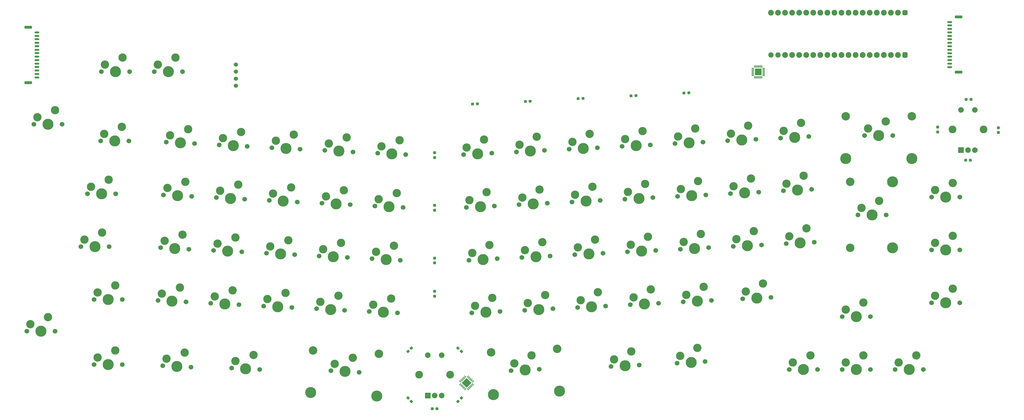
<source format=gbr>
%TF.GenerationSoftware,KiCad,Pcbnew,7.0.7*%
%TF.CreationDate,2023-12-22T23:49:32+01:00*%
%TF.ProjectId,isokey,69736f6b-6579-42e6-9b69-6361645f7063,A*%
%TF.SameCoordinates,Original*%
%TF.FileFunction,Soldermask,Top*%
%TF.FilePolarity,Negative*%
%FSLAX46Y46*%
G04 Gerber Fmt 4.6, Leading zero omitted, Abs format (unit mm)*
G04 Created by KiCad (PCBNEW 7.0.7) date 2023-12-22 23:49:32*
%MOMM*%
%LPD*%
G01*
G04 APERTURE LIST*
G04 Aperture macros list*
%AMRoundRect*
0 Rectangle with rounded corners*
0 $1 Rounding radius*
0 $2 $3 $4 $5 $6 $7 $8 $9 X,Y pos of 4 corners*
0 Add a 4 corners polygon primitive as box body*
4,1,4,$2,$3,$4,$5,$6,$7,$8,$9,$2,$3,0*
0 Add four circle primitives for the rounded corners*
1,1,$1+$1,$2,$3*
1,1,$1+$1,$4,$5*
1,1,$1+$1,$6,$7*
1,1,$1+$1,$8,$9*
0 Add four rect primitives between the rounded corners*
20,1,$1+$1,$2,$3,$4,$5,0*
20,1,$1+$1,$4,$5,$6,$7,0*
20,1,$1+$1,$6,$7,$8,$9,0*
20,1,$1+$1,$8,$9,$2,$3,0*%
%AMRotRect*
0 Rectangle, with rotation*
0 The origin of the aperture is its center*
0 $1 length*
0 $2 width*
0 $3 Rotation angle, in degrees counterclockwise*
0 Add horizontal line*
21,1,$1,$2,0,0,$3*%
G04 Aperture macros list end*
%ADD10C,1.701800*%
%ADD11C,3.000000*%
%ADD12C,3.987800*%
%ADD13RoundRect,0.526600X0.425000X0.425000X-0.425000X0.425000X-0.425000X-0.425000X0.425000X-0.425000X0*%
%ADD14C,2.082800*%
%ADD15C,1.903200*%
%ADD16RoundRect,0.526600X-0.425000X-0.514800X0.425000X-0.514800X0.425000X0.514800X-0.425000X0.514800X0*%
%ADD17C,3.048000*%
%ADD18RoundRect,0.237500X0.371231X-0.035355X-0.035355X0.371231X-0.371231X0.035355X0.035355X-0.371231X0*%
%ADD19RoundRect,0.237500X0.237500X-0.287500X0.237500X0.287500X-0.237500X0.287500X-0.237500X-0.287500X0*%
%ADD20RoundRect,0.075000X0.075000X-0.362500X0.075000X0.362500X-0.075000X0.362500X-0.075000X-0.362500X0*%
%ADD21RoundRect,0.075000X0.362500X-0.075000X0.362500X0.075000X-0.362500X0.075000X-0.362500X-0.075000X0*%
%ADD22R,2.450000X2.450000*%
%ADD23RoundRect,0.237500X0.035355X0.371231X-0.371231X-0.035355X-0.035355X-0.371231X0.371231X0.035355X0*%
%ADD24RoundRect,0.237500X0.274676X0.252221X-0.299536X0.222128X-0.274676X-0.252221X0.299536X-0.222128X0*%
%ADD25RoundRect,0.237500X0.287500X0.237500X-0.287500X0.237500X-0.287500X-0.237500X0.287500X-0.237500X0*%
%ADD26RoundRect,0.150000X-0.700000X0.150000X-0.700000X-0.150000X0.700000X-0.150000X0.700000X0.150000X0*%
%ADD27RoundRect,0.250000X-1.100000X0.250000X-1.100000X-0.250000X1.100000X-0.250000X1.100000X0.250000X0*%
%ADD28R,2.000000X2.000000*%
%ADD29C,2.000000*%
%ADD30C,2.800000*%
%ADD31RoundRect,0.150000X0.700000X-0.150000X0.700000X0.150000X-0.700000X0.150000X-0.700000X-0.150000X0*%
%ADD32RoundRect,0.250000X1.100000X-0.250000X1.100000X0.250000X-1.100000X0.250000X-1.100000X-0.250000X0*%
%ADD33C,1.524000*%
%ADD34RoundRect,0.075000X0.203293X0.309359X-0.309359X-0.203293X-0.203293X-0.309359X0.309359X0.203293X0*%
%ADD35RoundRect,0.075000X-0.203293X0.309359X-0.309359X0.203293X0.203293X-0.309359X0.309359X-0.203293X0*%
%ADD36RotRect,2.450000X2.450000X225.000000*%
%ADD37RoundRect,0.237500X-0.035355X-0.371231X0.371231X0.035355X0.035355X0.371231X-0.371231X-0.035355X0*%
G04 APERTURE END LIST*
D10*
%TO.C,SW2*%
X89048799Y-89562410D03*
D11*
X90318799Y-87022410D03*
D12*
X94128799Y-89562410D03*
D11*
X96668799Y-84482410D03*
D10*
X99208799Y-89562410D03*
%TD*%
D13*
%TO.C,U1*%
X359360000Y-68300000D03*
D14*
X356820000Y-68300000D03*
X354280000Y-68300000D03*
X351740000Y-68300000D03*
X349200000Y-68300000D03*
X346660000Y-68300000D03*
X344120000Y-68300000D03*
X341580000Y-68300000D03*
X339040000Y-68300000D03*
X336500000Y-68300000D03*
X333960000Y-68300000D03*
X331420000Y-68300000D03*
X328880000Y-68300000D03*
X326340000Y-68300000D03*
X323800000Y-68300000D03*
X321260000Y-68300000D03*
X318720000Y-68300000D03*
X316180000Y-68300000D03*
X313640000Y-68300000D03*
X311100000Y-68300000D03*
D15*
X311100000Y-83540000D03*
X313640000Y-83540000D03*
D14*
X316180000Y-83540000D03*
X318720000Y-83540000D03*
X321260000Y-83540000D03*
X323800000Y-83540000D03*
X326340000Y-83540000D03*
X328880000Y-83540000D03*
X331420000Y-83540000D03*
X333960000Y-83540000D03*
X336500000Y-83540000D03*
X339040000Y-83540000D03*
X341580000Y-83540000D03*
X344120000Y-83540000D03*
X346660000Y-83540000D03*
X349200000Y-83540000D03*
X351740000Y-83540000D03*
X354280000Y-83540000D03*
X356820000Y-83540000D03*
D16*
X359360000Y-83540000D03*
%TD*%
D10*
%TO.C,SW30*%
X315525981Y-132480301D03*
D11*
X316661307Y-129877315D03*
D12*
X320599019Y-132214434D03*
D11*
X322869671Y-127008463D03*
D10*
X325672057Y-131948567D03*
%TD*%
%TO.C,SW36*%
X148450406Y-155957459D03*
D11*
X149851599Y-153487407D03*
D12*
X153523444Y-156223326D03*
D11*
X156325830Y-151283221D03*
D10*
X158596482Y-156489193D03*
%TD*%
%TO.C,SW6*%
X112396621Y-115915674D03*
D11*
X113797814Y-113445622D03*
D12*
X117469659Y-116181541D03*
D11*
X120272045Y-111241436D03*
D10*
X122542697Y-116447408D03*
%TD*%
%TO.C,SW43*%
X297499088Y-152501193D03*
D11*
X298634414Y-149898207D03*
D12*
X302572126Y-152235326D03*
D11*
X304842778Y-147029355D03*
D10*
X307645164Y-151969459D03*
%TD*%
%TO.C,SW18*%
X65025566Y-133524764D03*
D11*
X66295566Y-130984764D03*
D12*
X70105566Y-133524764D03*
D11*
X72645566Y-128444764D03*
D10*
X75185566Y-133524764D03*
%TD*%
%TO.C,SW9*%
X169468299Y-118906674D03*
D11*
X170869492Y-116436622D03*
D12*
X174541337Y-119172541D03*
D11*
X177343723Y-114232436D03*
D10*
X179614375Y-119438408D03*
%TD*%
%TO.C,SW55*%
X241423906Y-174516012D03*
D11*
X242559232Y-171913026D03*
D12*
X246496944Y-174250145D03*
D11*
X248767596Y-169044174D03*
D10*
X251569982Y-173984278D03*
%TD*%
%TO.C,SW24*%
X201382126Y-138462327D03*
D11*
X202517452Y-135859341D03*
D12*
X206455164Y-138196460D03*
D11*
X208725816Y-132990489D03*
D10*
X211528202Y-137930593D03*
%TD*%
D17*
%TO.C,H2*%
X339612341Y-153041109D03*
D12*
X354852341Y-153041109D03*
D17*
X339612341Y-129241109D03*
D12*
X354852341Y-129241109D03*
%TD*%
D18*
%TO.C,D160*%
X181618718Y-208368718D03*
X180381282Y-207131282D03*
%TD*%
D10*
%TO.C,SW32*%
X62644266Y-152572614D03*
D11*
X63914266Y-150032614D03*
D12*
X67724266Y-152572614D03*
D11*
X70264266Y-147492614D03*
D10*
X72804266Y-152572614D03*
%TD*%
D19*
%TO.C,D159*%
X190000000Y-120475000D03*
X190000000Y-118725000D03*
%TD*%
D20*
%TO.C,U2*%
X305250000Y-91537500D03*
X305750000Y-91537500D03*
X306250000Y-91537500D03*
X306750000Y-91537500D03*
X307250000Y-91537500D03*
X307750000Y-91537500D03*
D21*
X308437500Y-90850000D03*
X308437500Y-90350000D03*
X308437500Y-89850000D03*
X308437500Y-89350000D03*
X308437500Y-88850000D03*
X308437500Y-88350000D03*
D20*
X307750000Y-87662500D03*
X307250000Y-87662500D03*
X306750000Y-87662500D03*
X306250000Y-87662500D03*
X305750000Y-87662500D03*
X305250000Y-87662500D03*
D21*
X304562500Y-88350000D03*
X304562500Y-88850000D03*
X304562500Y-89350000D03*
X304562500Y-89850000D03*
X304562500Y-90350000D03*
X304562500Y-90850000D03*
D22*
X306500000Y-89600000D03*
%TD*%
D10*
%TO.C,SW16*%
X314528981Y-113456408D03*
D11*
X315664307Y-110853422D03*
D12*
X319602019Y-113190541D03*
D11*
X321872671Y-107984570D03*
D10*
X324675057Y-112924674D03*
%TD*%
%TO.C,SW39*%
X221402020Y-156489272D03*
D11*
X222537346Y-153886286D03*
D12*
X226475058Y-156223405D03*
D11*
X228745710Y-151017434D03*
D10*
X231548096Y-155957538D03*
%TD*%
%TO.C,SW70*%
X317670791Y-196842097D03*
D11*
X318940791Y-194302097D03*
D12*
X322750791Y-196842097D03*
D11*
X325290791Y-191762097D03*
D10*
X327830791Y-196842097D03*
%TD*%
%TO.C,SW41*%
X259451303Y-154495193D03*
D11*
X260586629Y-151892207D03*
D12*
X264524341Y-154229326D03*
D11*
X266794993Y-149023355D03*
D10*
X269597379Y-153963459D03*
%TD*%
D19*
%TO.C,D165*%
X190000000Y-158475000D03*
X190000000Y-156725000D03*
%TD*%
D23*
%TO.C,D162*%
X199618718Y-207131282D03*
X198381282Y-208368718D03*
%TD*%
D24*
%TO.C,D75*%
X281473801Y-97154206D03*
X279726199Y-97245794D03*
%TD*%
D10*
%TO.C,SW42*%
X278475196Y-153498193D03*
D11*
X279610522Y-150895207D03*
D12*
X283548234Y-153232326D03*
D11*
X285818886Y-148026355D03*
D10*
X288621272Y-152966459D03*
%TD*%
D25*
%TO.C,D164*%
X190875000Y-211000000D03*
X189125000Y-211000000D03*
%TD*%
D10*
%TO.C,SW51*%
X147453406Y-174981352D03*
D11*
X148854599Y-172511300D03*
D12*
X152526444Y-175247219D03*
D11*
X155328830Y-170307114D03*
D10*
X157599482Y-175513086D03*
%TD*%
D26*
%TO.C,J1*%
X46850000Y-75366069D03*
X46850000Y-76616069D03*
X46850000Y-77866069D03*
X46850000Y-79116069D03*
X46850000Y-80366069D03*
X46850000Y-81616069D03*
X46850000Y-82866069D03*
X46850000Y-84116069D03*
X46850000Y-85366069D03*
X46850000Y-86616069D03*
X46850000Y-87866069D03*
X46850000Y-89116069D03*
X46850000Y-90366069D03*
X46850000Y-91616069D03*
D27*
X43650000Y-73516069D03*
X43650000Y-93466069D03*
%TD*%
D10*
%TO.C,SW69*%
X277243555Y-194572767D03*
D11*
X278378881Y-191969781D03*
D12*
X282316593Y-194306900D03*
D11*
X284587245Y-189100929D03*
D10*
X287389631Y-194041033D03*
%TD*%
%TO.C,SW53*%
X203376121Y-176510012D03*
D11*
X204511447Y-173907026D03*
D12*
X208449159Y-176244145D03*
D11*
X210719811Y-171038174D03*
D10*
X213522197Y-175978278D03*
%TD*%
%TO.C,SW7*%
X131420513Y-116912674D03*
D11*
X132821706Y-114442622D03*
D12*
X136493551Y-117178541D03*
D11*
X139295937Y-112238436D03*
D10*
X141566589Y-117444408D03*
%TD*%
%TO.C,SW48*%
X90381728Y-171990352D03*
D11*
X91782921Y-169520300D03*
D12*
X95454766Y-172256219D03*
D11*
X98257152Y-167316114D03*
D10*
X100527804Y-172522086D03*
%TD*%
%TO.C,SW62*%
X67406766Y-195069754D03*
D11*
X68676766Y-192529754D03*
D12*
X72486766Y-195069754D03*
D11*
X75026766Y-189989754D03*
D10*
X77566766Y-195069754D03*
%TD*%
D19*
%TO.C,D163*%
X190000000Y-139475000D03*
X190000000Y-137725000D03*
%TD*%
D10*
%TO.C,SW63*%
X92085586Y-195494455D03*
D11*
X93486779Y-193024403D03*
D12*
X97158624Y-195760322D03*
D11*
X99961010Y-190820217D03*
D10*
X102231662Y-196026189D03*
%TD*%
%TO.C,SW29*%
X296502088Y-133477301D03*
D11*
X297637414Y-130874315D03*
D12*
X301575126Y-133211434D03*
D11*
X303845778Y-128005463D03*
D10*
X306648164Y-132945567D03*
%TD*%
%TO.C,SW10*%
X200385126Y-119438434D03*
D11*
X201520452Y-116835448D03*
D12*
X205458164Y-119172567D03*
D11*
X207728816Y-113966596D03*
D10*
X210531202Y-118906700D03*
%TD*%
%TO.C,SW44*%
X316522981Y-151504193D03*
D11*
X317658307Y-148901207D03*
D12*
X321596019Y-151238326D03*
D11*
X323866671Y-146032355D03*
D10*
X326669057Y-150972459D03*
%TD*%
%TO.C,SW8*%
X150444406Y-117909674D03*
D11*
X151845599Y-115439622D03*
D12*
X155517444Y-118175541D03*
D11*
X158319830Y-113235436D03*
D10*
X160590482Y-118441408D03*
%TD*%
%TO.C,SW28*%
X277478195Y-134474301D03*
D11*
X278613521Y-131871315D03*
D12*
X282551233Y-134208434D03*
D11*
X284821885Y-129002463D03*
D10*
X287624271Y-133942567D03*
%TD*%
%TO.C,SW54*%
X222400013Y-175513012D03*
D11*
X223535339Y-172910026D03*
D12*
X227473051Y-175247145D03*
D11*
X229743703Y-170041174D03*
D10*
X232546089Y-174981278D03*
%TD*%
%TO.C,SW50*%
X128429514Y-173984352D03*
D11*
X129830707Y-171514300D03*
D12*
X133502552Y-174250219D03*
D11*
X136304938Y-169310114D03*
D10*
X138575590Y-174516086D03*
%TD*%
%TO.C,SW57*%
X279470693Y-172522065D03*
D11*
X280606019Y-169919079D03*
D12*
X284543731Y-172256198D03*
D11*
X286814383Y-167050227D03*
D10*
X289616769Y-171990331D03*
%TD*%
%TO.C,SW45*%
X342387291Y-141141109D03*
D11*
X343657291Y-138601109D03*
D12*
X347467291Y-141141109D03*
D11*
X350007291Y-136061109D03*
D10*
X352547291Y-141141109D03*
%TD*%
D18*
%TO.C,D167*%
X199618718Y-190368718D03*
X198381282Y-189131282D03*
%TD*%
D10*
%TO.C,SW27*%
X258452805Y-135471379D03*
D11*
X259588131Y-132868393D03*
D12*
X263525843Y-135205512D03*
D11*
X265796495Y-129999541D03*
D10*
X268598881Y-134939645D03*
%TD*%
D17*
%TO.C,H4*%
X146179792Y-189994890D03*
D12*
X145382192Y-205214004D03*
D17*
X169947175Y-191240486D03*
D12*
X169149575Y-206459600D03*
%TD*%
D10*
%TO.C,SW25*%
X220406018Y-137465327D03*
D11*
X221541344Y-134862341D03*
D12*
X225479056Y-137199460D03*
D11*
X227749708Y-131993489D03*
D10*
X230552094Y-136933593D03*
%TD*%
D19*
%TO.C,D155*%
X392900000Y-111475000D03*
X392900000Y-109725000D03*
%TD*%
%TO.C,D153*%
X371100000Y-111275000D03*
X371100000Y-109525000D03*
%TD*%
D10*
%TO.C,SW64*%
X116883500Y-196342103D03*
D11*
X118284693Y-193872051D03*
D12*
X121956538Y-196607970D03*
D11*
X124758924Y-191667865D03*
D10*
X127029576Y-196873837D03*
%TD*%
%TO.C,SW47*%
X67406766Y-171622164D03*
D11*
X68676766Y-169082164D03*
D12*
X72486766Y-171622164D03*
D11*
X75026766Y-166542164D03*
D10*
X77566766Y-171622164D03*
%TD*%
%TO.C,SW3*%
X45738066Y-108472964D03*
D11*
X47008066Y-105932964D03*
D12*
X50818066Y-108472964D03*
D11*
X53358066Y-103392964D03*
D10*
X55898066Y-108472964D03*
%TD*%
%TO.C,SW11*%
X219409018Y-118441434D03*
D11*
X220544344Y-115838448D03*
D12*
X224482056Y-118175567D03*
D11*
X226752708Y-112969596D03*
D10*
X229555094Y-117909700D03*
%TD*%
%TO.C,SW31*%
X368920000Y-134700000D03*
D11*
X370190000Y-132160000D03*
D12*
X374000000Y-134700000D03*
D11*
X376540000Y-129620000D03*
D10*
X379080000Y-134700000D03*
%TD*%
D24*
%TO.C,D74*%
X262423801Y-98154206D03*
X260676199Y-98245794D03*
%TD*%
D10*
%TO.C,SW13*%
X257455805Y-116447487D03*
D11*
X258591131Y-113844501D03*
D12*
X262528843Y-116181620D03*
D11*
X264799495Y-110975649D03*
D10*
X267601881Y-115915753D03*
%TD*%
%TO.C,SW35*%
X129426513Y-154960459D03*
D11*
X130827706Y-152490407D03*
D12*
X134499551Y-155226326D03*
D11*
X137301937Y-150286221D03*
D10*
X139572589Y-155492193D03*
%TD*%
D28*
%TO.C,SW73*%
X379500000Y-117822588D03*
D29*
X384500000Y-117822588D03*
X382000000Y-117822588D03*
D30*
X376400000Y-110322588D03*
X387600000Y-110322588D03*
D29*
X379500000Y-103322588D03*
X384500000Y-103322588D03*
%TD*%
D10*
%TO.C,SW59*%
X336720791Y-177792097D03*
D11*
X337990791Y-175252097D03*
D12*
X341800791Y-177792097D03*
D11*
X344340791Y-172712097D03*
D10*
X346880791Y-177792097D03*
%TD*%
D25*
%TO.C,D154*%
X382875000Y-121400000D03*
X381125000Y-121400000D03*
%TD*%
D10*
%TO.C,SW71*%
X336720791Y-196842097D03*
D11*
X337990791Y-194302097D03*
D12*
X341800791Y-196842097D03*
D11*
X344340791Y-191762097D03*
D10*
X346880791Y-196842097D03*
%TD*%
%TO.C,SW26*%
X239428912Y-136468379D03*
D11*
X240564238Y-133865393D03*
D12*
X244501950Y-136202512D03*
D11*
X246772602Y-130996541D03*
D10*
X249574988Y-135936645D03*
%TD*%
%TO.C,SW72*%
X355770791Y-196842097D03*
D11*
X357040791Y-194302097D03*
D12*
X360850791Y-196842097D03*
D11*
X363390791Y-191762097D03*
D10*
X365930791Y-196842097D03*
%TD*%
%TO.C,SW68*%
X253462143Y-195799057D03*
D11*
X254597469Y-193196071D03*
D12*
X258535181Y-195533190D03*
D11*
X260805833Y-190327219D03*
D10*
X263608219Y-195267323D03*
%TD*%
D17*
%TO.C,H3*%
X210347948Y-190677021D03*
D12*
X211145548Y-205896135D03*
D17*
X234115331Y-189431425D03*
D12*
X234912931Y-204650539D03*
%TD*%
D10*
%TO.C,SW21*%
X130423513Y-135936567D03*
D11*
X131824706Y-133466515D03*
D12*
X135496551Y-136202434D03*
D11*
X138298937Y-131262329D03*
D10*
X140569589Y-136468301D03*
%TD*%
%TO.C,SW56*%
X260446800Y-173519065D03*
D11*
X261582126Y-170916079D03*
D12*
X265519838Y-173253198D03*
D11*
X267790490Y-168047227D03*
D10*
X270592876Y-172987331D03*
%TD*%
D24*
%TO.C,D157*%
X205373801Y-101154206D03*
X203626199Y-101245794D03*
%TD*%
D10*
%TO.C,SW38*%
X202379126Y-157486219D03*
D11*
X203514452Y-154883233D03*
D12*
X207452164Y-157220352D03*
D11*
X209722816Y-152014381D03*
D10*
X212525202Y-156954485D03*
%TD*%
%TO.C,SW58*%
X300873820Y-171400374D03*
D11*
X302009146Y-168797388D03*
D12*
X305946858Y-171134507D03*
D11*
X308217510Y-165928536D03*
D10*
X311019896Y-170868640D03*
%TD*%
D31*
%TO.C,J2*%
X375395566Y-87875000D03*
X375395566Y-86625000D03*
X375395566Y-85375000D03*
X375395566Y-84125000D03*
X375395566Y-82875000D03*
X375395566Y-81625000D03*
X375395566Y-80375000D03*
X375395566Y-79125000D03*
X375395566Y-77875000D03*
X375395566Y-76625000D03*
X375395566Y-75375000D03*
X375395566Y-74125000D03*
X375395566Y-72875000D03*
X375395566Y-71625000D03*
D32*
X378595566Y-89725000D03*
X378595566Y-69775000D03*
%TD*%
D33*
%TO.C,U5*%
X118458591Y-86940000D03*
X118458591Y-89480000D03*
X118458591Y-92020000D03*
X118458591Y-94560000D03*
%TD*%
D10*
%TO.C,SW67*%
X217524168Y-197295517D03*
D11*
X218659494Y-194692531D03*
D12*
X222597206Y-197029650D03*
D11*
X224867858Y-191823679D03*
D10*
X227670244Y-196763783D03*
%TD*%
%TO.C,SW1*%
X69998799Y-89562410D03*
D11*
X71268799Y-87022410D03*
D12*
X75078799Y-89562410D03*
D11*
X77618799Y-84482410D03*
D10*
X80158799Y-89562410D03*
%TD*%
D34*
%TO.C,U3*%
X203753903Y-201213864D03*
X203400349Y-200860311D03*
X203046796Y-200506757D03*
X202693243Y-200153204D03*
X202339689Y-199799651D03*
X201986136Y-199446097D03*
D35*
X201013864Y-199446097D03*
X200660311Y-199799651D03*
X200306757Y-200153204D03*
X199953204Y-200506757D03*
X199599651Y-200860311D03*
X199246097Y-201213864D03*
D34*
X199246097Y-202186136D03*
X199599651Y-202539689D03*
X199953204Y-202893243D03*
X200306757Y-203246796D03*
X200660311Y-203600349D03*
X201013864Y-203953903D03*
D35*
X201986136Y-203953903D03*
X202339689Y-203600349D03*
X202693243Y-203246796D03*
X203046796Y-202893243D03*
X203400349Y-202539689D03*
X203753903Y-202186136D03*
D36*
X201500000Y-201700000D03*
%TD*%
D25*
%TO.C,D156*%
X383075000Y-99500000D03*
X381325000Y-99500000D03*
%TD*%
D19*
%TO.C,D166*%
X190000000Y-170475000D03*
X190000000Y-168725000D03*
%TD*%
D17*
%TO.C,H1*%
X337951791Y-105582409D03*
D12*
X337951791Y-120822409D03*
D17*
X361751791Y-105582409D03*
D12*
X361751791Y-120822409D03*
%TD*%
D10*
%TO.C,SW4*%
X69788066Y-114472964D03*
D11*
X71058066Y-111932964D03*
D12*
X74868066Y-114472964D03*
D11*
X77408066Y-109392964D03*
D10*
X79948066Y-114472964D03*
%TD*%
%TO.C,SW37*%
X167474299Y-156954459D03*
D11*
X168875492Y-154484407D03*
D12*
X172547337Y-157220326D03*
D11*
X175349723Y-152280221D03*
D10*
X177620375Y-157486193D03*
%TD*%
%TO.C,SW46*%
X368920000Y-153750000D03*
D11*
X370190000Y-151210000D03*
D12*
X374000000Y-153750000D03*
D11*
X376540000Y-148670000D03*
D10*
X379080000Y-153750000D03*
%TD*%
D28*
%TO.C,SW74*%
X187500000Y-206250000D03*
D29*
X192500000Y-206250000D03*
X190000000Y-206250000D03*
D30*
X184400000Y-198750000D03*
X195600000Y-198750000D03*
D29*
X187500000Y-191750000D03*
X192500000Y-191750000D03*
%TD*%
D10*
%TO.C,SW17*%
X344771791Y-112567409D03*
D11*
X346041791Y-110027409D03*
D12*
X349851791Y-112567409D03*
D11*
X352391791Y-107487409D03*
D10*
X354931791Y-112567409D03*
%TD*%
%TO.C,SW23*%
X168471299Y-137930567D03*
D11*
X169872492Y-135460515D03*
D12*
X173544337Y-138196434D03*
D11*
X176346723Y-133256329D03*
D10*
X178617375Y-138462301D03*
%TD*%
%TO.C,SW40*%
X240425913Y-155492272D03*
D11*
X241561239Y-152889286D03*
D12*
X245498951Y-155226405D03*
D11*
X247769603Y-150020434D03*
D10*
X250571989Y-154960538D03*
%TD*%
%TO.C,SW14*%
X276481195Y-115450408D03*
D11*
X277616521Y-112847422D03*
D12*
X281554233Y-115184541D03*
D11*
X283824885Y-109978570D03*
D10*
X286627271Y-114918674D03*
%TD*%
D24*
%TO.C,D73*%
X243373801Y-99154206D03*
X241626199Y-99245794D03*
%TD*%
D10*
%TO.C,SW15*%
X295505088Y-114453408D03*
D11*
X296640414Y-111850422D03*
D12*
X300578126Y-114187541D03*
D11*
X302848778Y-108981570D03*
D10*
X305651164Y-113921674D03*
%TD*%
%TO.C,SW65*%
X152624879Y-197327248D03*
D11*
X154026072Y-194857196D03*
D12*
X157697917Y-197593115D03*
D11*
X160500303Y-192653010D03*
D10*
X162770955Y-197858982D03*
%TD*%
%TO.C,SW22*%
X149447406Y-136933567D03*
D11*
X150848599Y-134463515D03*
D12*
X154520444Y-137199434D03*
D11*
X157322830Y-132259329D03*
D10*
X159593482Y-137465301D03*
%TD*%
%TO.C,SW12*%
X238431912Y-117444487D03*
D11*
X239567238Y-114841501D03*
D12*
X243504950Y-117178620D03*
D11*
X245775602Y-111972649D03*
D10*
X248577988Y-116912753D03*
%TD*%
%TO.C,SW49*%
X109405621Y-172987352D03*
D11*
X110806814Y-170517300D03*
D12*
X114478659Y-173253219D03*
D11*
X117281045Y-168313114D03*
D10*
X119551697Y-173519086D03*
%TD*%
%TO.C,SW20*%
X111399621Y-134939567D03*
D11*
X112800814Y-132469515D03*
D12*
X116472659Y-135205434D03*
D11*
X119275045Y-130265329D03*
D10*
X121545697Y-135471301D03*
%TD*%
%TO.C,SW34*%
X110402620Y-153963459D03*
D11*
X111803813Y-151493407D03*
D12*
X115475658Y-154229326D03*
D11*
X118278044Y-149289221D03*
D10*
X120548696Y-154495193D03*
%TD*%
%TO.C,SW60*%
X368920000Y-172799075D03*
D11*
X370190000Y-170259075D03*
D12*
X374000000Y-172799075D03*
D11*
X376540000Y-167719075D03*
D10*
X379080000Y-172799075D03*
%TD*%
D37*
%TO.C,D161*%
X180381282Y-190368718D03*
X181618718Y-189131282D03*
%TD*%
D10*
%TO.C,SW61*%
X43165566Y-183100164D03*
D11*
X44435566Y-180560164D03*
D12*
X48245566Y-183100164D03*
D11*
X50785566Y-178020164D03*
D10*
X53325566Y-183100164D03*
%TD*%
%TO.C,SW5*%
X93372728Y-114918674D03*
D11*
X94773921Y-112448622D03*
D12*
X98445766Y-115184541D03*
D11*
X101248152Y-110244436D03*
D10*
X103518804Y-115450408D03*
%TD*%
%TO.C,SW19*%
X92375728Y-133942567D03*
D11*
X93776921Y-131472515D03*
D12*
X97448766Y-134208434D03*
D11*
X100251152Y-129268329D03*
D10*
X102521804Y-134474301D03*
%TD*%
D24*
%TO.C,D158*%
X224373801Y-100154206D03*
X222626199Y-100245794D03*
%TD*%
D10*
%TO.C,SW33*%
X91378728Y-152966459D03*
D11*
X92779921Y-150496407D03*
D12*
X96451766Y-153232326D03*
D11*
X99254152Y-148292221D03*
D10*
X101524804Y-153498193D03*
%TD*%
%TO.C,SW52*%
X166477299Y-175978352D03*
D11*
X167878492Y-173508300D03*
D12*
X171550337Y-176244219D03*
D11*
X174352723Y-171304114D03*
D10*
X176623375Y-176510086D03*
%TD*%
M02*

</source>
